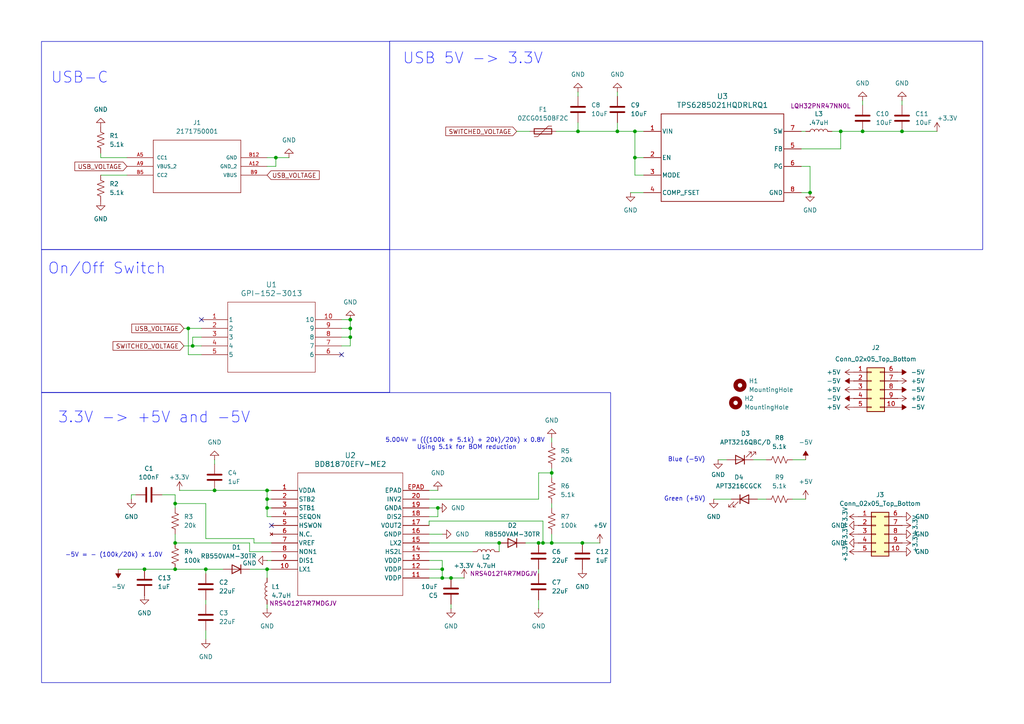
<source format=kicad_sch>
(kicad_sch (version 20250114) (generator "eeschema") (generator_version "9.0")
  (paper "A4")
  (lib_symbols
    (symbol "Connector_Generic:Conn_02x05_Top_Bottom" (pin_names (offset 1.016) (hide yes))
      (property "Reference" "J" (at 1.27 7.62 0))
      (property "Value" "Conn_02x05_Top_Bottom" (at 1.27 -7.62 0))
      (symbol "Conn_02x05_Top_Bottom_1_1"
        (rectangle (start -1.27 6.35) (end 3.81 -6.35) (stroke (width 0.254)) (fill (type background)))
        (rectangle (start -1.27 5.207) (end 0 4.953) (stroke (width 0.1524)))
        (rectangle (start -1.27 2.667) (end 0 2.413) (stroke (width 0.1524)))
        (rectangle (start -1.27 0.127) (end 0 -0.127) (stroke (width 0.1524)))
        (rectangle (start -1.27 -2.413) (end 0 -2.667) (stroke (width 0.1524)))
        (rectangle (start -1.27 -4.953) (end 0 -5.207) (stroke (width 0.1524)))
        (rectangle (start 3.81 5.207) (end 2.54 4.953) (stroke (width 0.1524)))
        (rectangle (start 3.81 2.667) (end 2.54 2.413) (stroke (width 0.1524)))
        (rectangle (start 3.81 0.127) (end 2.54 -0.127) (stroke (width 0.1524)))
        (rectangle (start 3.81 -2.413) (end 2.54 -2.667) (stroke (width 0.1524)))
        (rectangle (start 3.81 -4.953) (end 2.54 -5.207) (stroke (width 0.1524)))
        (pin passive line (at -5.08 5.08 0) (length 3.81) (name "Pin_1") (number "1"))
        (pin passive line (at -5.08 2.54 0) (length 3.81) (name "Pin_2") (number "2"))
        (pin passive line (at -5.08 0 0) (length 3.81) (name "Pin_3") (number "3"))
        (pin passive line (at -5.08 -2.54 0) (length 3.81) (name "Pin_4") (number "4"))
        (pin passive line (at -5.08 -5.08 0) (length 3.81) (name "Pin_5") (number "5"))
        (pin passive line (at 7.62 5.08 180) (length 3.81) (name "Pin_6") (number "6"))
        (pin passive line (at 7.62 2.54 180) (length 3.81) (name "Pin_7") (number "7"))
        (pin passive line (at 7.62 0 180) (length 3.81) (name "Pin_8") (number "8"))
        (pin passive line (at 7.62 -2.54 180) (length 3.81) (name "Pin_9") (number "9"))
        (pin passive line (at 7.62 -5.08 180) (length 3.81) (name "Pin_10") (number "10"))
      )
    )
    (symbol "Device:C" (pin_numbers (hide yes)) (pin_names (offset 0.254))
      (property "Reference" "C" (at 0.635 2.54 0))
      (property "Value" "C" (at 0.635 -2.54 0))
      (symbol "C_0_1"
        (polyline (pts (xy -2.032 0.762) (xy 2.032 0.762)) (stroke (width 0.508)))
        (polyline (pts (xy -2.032 -0.762) (xy 2.032 -0.762)) (stroke (width 0.508)))
      )
      (symbol "C_1_1"
        (pin passive line (at 0 3.81 270) (length 2.794) (name "~") (number "1"))
        (pin passive line (at 0 -3.81 90) (length 2.794) (name "~") (number "2"))
      )
    )
    (symbol "Device:D" (pin_numbers (hide yes)) (pin_names (offset 1.016) (hide yes))
      (property "Reference" "D" (at 0 2.54 0))
      (property "Value" "D" (at 0 -2.54 0))
      (symbol "D_0_1"
        (polyline (pts (xy -1.27 1.27) (xy -1.27 -1.27)) (stroke (width 0.254)))
        (polyline (pts (xy 1.27 1.27) (xy 1.27 -1.27) (xy -1.27 0) (xy 1.27 1.27)) (stroke (width 0.254)))
        (polyline (pts (xy 1.27 0) (xy -1.27 0)))
      )
      (symbol "D_1_1"
        (pin passive line (at -3.81 0 0) (length 2.54) (name "K") (number "1"))
        (pin passive line (at 3.81 0 180) (length 2.54) (name "A") (number "2"))
      )
    )
    (symbol "Device:L" (pin_numbers (hide yes)) (pin_names (offset 1.016) (hide yes))
      (property "Reference" "L" (at -1.27 0 90))
      (property "Value" "L" (at 1.905 0 90))
      (symbol "L_0_1"
        (arc (start 0 2.54) (mid 0.6323 1.905) (end 0 1.27))
        (arc (start 0 1.27) (mid 0.6323 0.635) (end 0 0))
        (arc (start 0 0) (mid 0.6323 -0.635) (end 0 -1.27))
        (arc (start 0 -1.27) (mid 0.6323 -1.905) (end 0 -2.54))
      )
      (symbol "L_1_1"
        (pin passive line (at 0 3.81 270) (length 1.27) (name "1") (number "1"))
        (pin passive line (at 0 -3.81 90) (length 1.27) (name "2") (number "2"))
      )
    )
    (symbol "Device:LED" (pin_numbers (hide yes)) (pin_names (offset 1.016) (hide yes))
      (property "Reference" "D" (at 0 2.54 0))
      (property "Value" "LED" (at 0 -2.54 0))
      (symbol "LED_0_1"
        (polyline (pts (xy -3.048 -0.762) (xy -4.572 -2.286) (xy -3.81 -2.286) (xy -4.572 -2.286) (xy -4.572 -1.524)))
        (polyline (pts (xy -1.778 -0.762) (xy -3.302 -2.286) (xy -2.54 -2.286) (xy -3.302 -2.286) (xy -3.302 -1.524)))
        (polyline (pts (xy -1.27 0) (xy 1.27 0)))
        (polyline (pts (xy -1.27 -1.27) (xy -1.27 1.27)) (stroke (width 0.254)))
        (polyline (pts (xy 1.27 -1.27) (xy 1.27 1.27) (xy -1.27 0) (xy 1.27 -1.27)) (stroke (width 0.254)))
      )
      (symbol "LED_1_1"
        (pin passive line (at -3.81 0 0) (length 2.54) (name "K") (number "1"))
        (pin passive line (at 3.81 0 180) (length 2.54) (name "A") (number "2"))
      )
    )
    (symbol "Device:Polyfuse" (pin_numbers (hide yes)) (pin_names (offset 0))
      (property "Reference" "F" (at -2.54 0 90))
      (property "Value" "Polyfuse" (at 2.54 0 90))
      (symbol "Polyfuse_0_1"
        (polyline (pts (xy -1.524 2.54) (xy -1.524 1.524) (xy 1.524 -1.524) (xy 1.524 -2.54)))
        (rectangle (start -0.762 2.54) (end 0.762 -2.54) (stroke (width 0.254)))
        (polyline (pts (xy 0 2.54) (xy 0 -2.54)))
      )
      (symbol "Polyfuse_1_1"
        (pin passive line (at 0 3.81 270) (length 1.27) (name "~") (number "1"))
        (pin passive line (at 0 -3.81 90) (length 1.27) (name "~") (number "2"))
      )
    )
    (symbol "Device:R_US" (pin_numbers (hide yes)) (pin_names (offset 0))
      (property "Reference" "R" (at 2.54 0 90))
      (property "Value" "R_US" (at -2.54 0 90))
      (symbol "R_US_0_1"
        (polyline (pts (xy 0 2.286) (xy 0 2.54)))
        (polyline (pts (xy 0 2.286) (xy 1.016 1.905) (xy 0 1.524) (xy -1.016 1.143) (xy 0 0.762)))
        (polyline (pts (xy 0 0.762) (xy 1.016 0.381) (xy 0 0) (xy -1.016 -0.381) (xy 0 -0.762)))
        (polyline (pts (xy 0 -0.762) (xy 1.016 -1.143) (xy 0 -1.524) (xy -1.016 -1.905) (xy 0 -2.286)))
        (polyline (pts (xy 0 -2.286) (xy 0 -2.54)))
      )
      (symbol "R_US_1_1"
        (pin passive line (at 0 3.81 270) (length 1.27) (name "~") (number "1"))
        (pin passive line (at 0 -3.81 90) (length 1.27) (name "~") (number "2"))
      )
    )
    (symbol "Mechanical:MountingHole" (pin_names (offset 1.016)) (in_bom no)
      (property "Reference" "H" (at 0 5.08 0))
      (property "Value" "MountingHole" (at 0 3.175 0))
      (symbol "MountingHole_0_1"
        (circle (center 0 0) (radius 1.27) (stroke (width 1.27)))
      )
    )
    (symbol "bbps:2171750001" (pin_names (offset 1.016))
      (property "Reference" "J" (at 15.5956 9.1186 0))
      (property "Value" "2171750001" (at 14.9606 6.5786 0))
      (symbol "2171750001_0_0"
        (polyline (pts (xy 7.62 5.08) (xy 7.62 -10.16)) (stroke (width 0.1524)))
        (polyline (pts (xy 7.62 -10.16) (xy 33.02 -10.16)) (stroke (width 0.1524)))
        (polyline (pts (xy 33.02 5.08) (xy 7.62 5.08)) (stroke (width 0.1524)))
        (polyline (pts (xy 33.02 -10.16) (xy 33.02 5.08)) (stroke (width 0.1524)))
        (pin bidirectional line (at 0 0 0) (length 7.62) (name "CC1") (number "A5"))
        (pin power_in line (at 0 -2.54 0) (length 7.62) (name "VBUS_2") (number "A9"))
        (pin bidirectional line (at 0 -5.08 0) (length 7.62) (name "CC2") (number "B5"))
        (pin passive line (at 40.64 0 180) (length 7.62) (name "GND") (number "B12"))
        (pin passive line (at 40.64 -2.54 180) (length 7.62) (name "GND_2") (number "A12"))
        (pin power_in line (at 40.64 -5.08 180) (length 7.62) (name "VBUS") (number "B9"))
      )
    )
    (symbol "bbps:BD81870EFV-ME2" (pin_names (offset 0.254))
      (property "Reference" "U" (at 22.86 10.16 0))
      (property "Value" "BD81870EFV-ME2" (at 22.86 7.62 0))
      (symbol "BD81870EFV-ME2_0_1"
        (polyline (pts (xy 7.62 5.08) (xy 7.62 -30.48)) (stroke (width 0.127)))
        (polyline (pts (xy 7.62 -30.48) (xy 38.1 -30.48)) (stroke (width 0.127)))
        (polyline (pts (xy 38.1 5.08) (xy 7.62 5.08)) (stroke (width 0.127)))
        (polyline (pts (xy 38.1 -30.48) (xy 38.1 5.08)) (stroke (width 0.127)))
        (pin power_in line (at 0 0 0) (length 7.62) (name "VDDA") (number "1"))
        (pin bidirectional line (at 0 -2.54 0) (length 7.62) (name "STB2") (number "2"))
        (pin bidirectional line (at 0 -5.08 0) (length 7.62) (name "STB1") (number "3"))
        (pin unspecified line (at 0 -7.62 0) (length 7.62) (name "SEQON") (number "4"))
        (pin unspecified line (at 0 -10.16 0) (length 7.62) (name "HSWON") (number "5"))
        (pin no_connect line (at 0 -12.7 0) (length 7.62) (name "N.C.") (number "6"))
        (pin power_in line (at 0 -15.24 0) (length 7.62) (name "VREF") (number "7"))
        (pin unspecified line (at 0 -17.78 0) (length 7.62) (name "NON1") (number "8"))
        (pin bidirectional line (at 0 -20.32 0) (length 7.62) (name "DIS1") (number "9"))
        (pin bidirectional line (at 0 -22.86 0) (length 7.62) (name "LX1") (number "10"))
        (pin unspecified line (at 45.72 0 180) (length 7.62) (name "EPAD") (number "EPAD"))
        (pin unspecified line (at 45.72 -2.54 180) (length 7.62) (name "INV2") (number "20"))
        (pin power_out line (at 45.72 -5.08 180) (length 7.62) (name "GNDA") (number "19"))
        (pin bidirectional line (at 45.72 -7.62 180) (length 7.62) (name "DIS2") (number "18"))
        (pin output line (at 45.72 -10.16 180) (length 7.62) (name "VOUT2") (number "17"))
        (pin power_out line (at 45.72 -12.7 180) (length 7.62) (name "GNDP") (number "16"))
        (pin bidirectional line (at 45.72 -15.24 180) (length 7.62) (name "LX2") (number "15"))
        (pin unspecified line (at 45.72 -17.78 180) (length 7.62) (name "HS2L") (number "14"))
        (pin power_in line (at 45.72 -20.32 180) (length 7.62) (name "VDDP") (number "13"))
        (pin power_in line (at 45.72 -22.86 180) (length 7.62) (name "VDDP") (number "12"))
        (pin power_in line (at 45.72 -25.4 180) (length 7.62) (name "VDDP") (number "11"))
      )
    )
    (symbol "bbps:GPI-152-3013" (pin_names (offset 0.254))
      (property "Reference" "U" (at 20.32 10.16 0))
      (property "Value" "GPI-152-3013" (at 20.32 7.62 0))
      (symbol "GPI-152-3013_0_1"
        (polyline (pts (xy 7.62 5.08) (xy 7.62 -15.24)) (stroke (width 0.127)))
        (polyline (pts (xy 7.62 -15.24) (xy 33.02 -15.24)) (stroke (width 0.127)))
        (polyline (pts (xy 33.02 5.08) (xy 7.62 5.08)) (stroke (width 0.127)))
        (polyline (pts (xy 33.02 -15.24) (xy 33.02 5.08)) (stroke (width 0.127)))
        (pin unspecified line (at 0 0 0) (length 7.62) (name "1") (number "1"))
        (pin unspecified line (at 0 -2.54 0) (length 7.62) (name "2") (number "2"))
        (pin unspecified line (at 0 -5.08 0) (length 7.62) (name "3") (number "3"))
        (pin unspecified line (at 0 -7.62 0) (length 7.62) (name "4") (number "4"))
        (pin unspecified line (at 0 -10.16 0) (length 7.62) (name "5") (number "5"))
        (pin unspecified line (at 40.64 0 180) (length 7.62) (name "10") (number "10"))
        (pin unspecified line (at 40.64 -2.54 180) (length 7.62) (name "9") (number "9"))
        (pin unspecified line (at 40.64 -5.08 180) (length 7.62) (name "8") (number "8"))
        (pin unspecified line (at 40.64 -7.62 180) (length 7.62) (name "7") (number "7"))
        (pin unspecified line (at 40.64 -10.16 180) (length 7.62) (name "6") (number "6"))
      )
    )
    (symbol "bbps:TPS6285021HQDRLRQ1" (pin_names (offset 0.254))
      (property "Reference" "U" (at 0 2.54 0))
      (property "Value" "TPS6285021HQDRLRQ1" (at 0 0 0))
      (symbol "TPS6285021HQDRLRQ1_0_1"
        (polyline (pts (xy 5.08 5.08) (xy 5.08 -20.32)) (stroke (width 0.2032)))
        (polyline (pts (xy 5.08 -20.32) (xy 40.64 -20.32)) (stroke (width 0.2032)))
        (polyline (pts (xy 40.64 5.08) (xy 5.08 5.08)) (stroke (width 0.2032)))
        (polyline (pts (xy 40.64 -20.32) (xy 40.64 5.08)) (stroke (width 0.2032)))
        (pin power_in line (at 0 0 0) (length 5.08) (name "VIN") (number "1"))
        (pin input line (at 0 -7.62 0) (length 5.08) (name "EN") (number "2"))
        (pin input line (at 0 -12.7 0) (length 5.08) (name "MODE") (number "3"))
        (pin input line (at 0 -17.78 0) (length 5.08) (name "COMP_FSET") (number "4"))
        (pin output line (at 45.72 0 180) (length 5.08) (name "SW") (number "7"))
        (pin input line (at 45.72 -5.08 180) (length 5.08) (name "FB") (number "5"))
        (pin open_collector line (at 45.72 -10.16 180) (length 5.08) (name "PG") (number "6"))
        (pin power_in line (at 45.72 -17.78 180) (length 5.08) (name "GND") (number "8"))
      )
    )
    (symbol "power:+3.3V" (power) (pin_numbers (hide yes)) (pin_names (offset 0) (hide yes))
      (property "Value" "+3.3V" (at 0 3.556 0))
      (symbol "+3.3V_0_1"
        (polyline (pts (xy -0.762 1.27) (xy 0 2.54)))
        (polyline (pts (xy 0 2.54) (xy 0.762 1.27)))
        (polyline (pts (xy 0 0) (xy 0 2.54)))
      )
      (symbol "+3.3V_1_1"
        (pin power_in line (at 0 0 90) (length 0) (name "~") (number "1"))
      )
    )
    (symbol "power:+5V" (power) (pin_numbers (hide yes)) (pin_names (offset 0) (hide yes))
      (property "Value" "+5V" (at 0 3.556 0))
      (symbol "+5V_0_1"
        (polyline (pts (xy -0.762 1.27) (xy 0 2.54)))
        (polyline (pts (xy 0 2.54) (xy 0.762 1.27)))
        (polyline (pts (xy 0 0) (xy 0 2.54)))
      )
      (symbol "+5V_1_1"
        (pin power_in line (at 0 0 90) (length 0) (name "~") (number "1"))
      )
    )
    (symbol "power:-5V" (power) (pin_numbers (hide yes)) (pin_names (offset 0) (hide yes))
      (property "Value" "-5V" (at 0 3.556 0))
      (symbol "-5V_0_0"
        (pin power_in line (at 0 0 90) (length 0) (name "~") (number "1"))
      )
      (symbol "-5V_0_1"
        (polyline (pts (xy 0 0) (xy 0 1.27) (xy 0.762 1.27) (xy 0 2.54) (xy -0.762 1.27) (xy 0 1.27)) (fill (type outline)))
      )
    )
    (symbol "power:GND" (power) (pin_numbers (hide yes)) (pin_names (offset 0) (hide yes))
      (property "Value" "GND" (at 0 -3.81 0))
      (symbol "GND_0_1"
        (polyline (pts (xy 0 0) (xy 0 -1.27) (xy 1.27 -1.27) (xy 0 -2.54) (xy -1.27 -1.27) (xy 0 -1.27)))
      )
      (symbol "GND_1_1"
        (pin power_in line (at 0 0 270) (length 0) (name "~") (number "1"))
      )
    )
  )
  (rectangle (start 12.0484 113.8717) (end 177.1052 197.9853))
  (rectangle (start 12.0441 72.39) (end 113.03 113.8315))
  (rectangle (start 113.0351 11.9529) (end 285.031 72.39))
  (rectangle (start 12.0295 12.0295) (end 113.03 72.39))
  (text "-5V = - (100k/20k) x 1.0V" (at 33.02 161.036 0) (effects (font (size 1.27 1.27))))
  (text "USB 5V -> 3.3V" (at 137.16 17.018 0) (effects (font (size 3.175 3.175))))
  (text "3.3V -> +5V and -5V" (at 44.704 121.158 0) (effects (font (size 3.175 3.175))))
  (text "Blue (-5V)" (at 199.136 133.35 0) (effects (font (size 1.27 1.27))))
  (text "USB-C" (at 23.114 22.606 0) (effects (font (size 3.175 3.175))))
  (text "On/Off Switch" (at 30.988 77.978 0) (effects (font (size 3.175 3.175))))
  (text "Green (+5V)\n" (at 198.628 144.78 0) (effects (font (size 1.27 1.27))))
  (text "5.004V = (((100k + 5.1k) + 20k)/20k) x 0.8V \nUsing 5.1k for BOM reduction" (at 135.382 128.778 0) (effects (font (size 1.27 1.27))))
  (junction (at 167.64 38.1))
  (junction (at 156.21 157.48))
  (junction (at 50.8 165.1))
  (junction (at 184.15 45.72))
  (junction (at 77.47 142.24))
  (junction (at 144.78 157.48))
  (junction (at 128.27 167.64))
  (junction (at 77.47 147.32))
  (junction (at 101.6 92.71))
  (junction (at 54.61 95.25))
  (junction (at 50.8 157.48))
  (junction (at 101.6 95.25))
  (junction (at 168.91 157.48))
  (junction (at 50.8 146.05))
  (junction (at 59.69 165.1))
  (junction (at 77.47 144.78))
  (junction (at 77.47 165.1))
  (junction (at 261.62 38.1))
  (junction (at 41.91 165.1))
  (junction (at 157.48 157.48))
  (junction (at 80.01 45.72))
  (junction (at 234.95 55.88))
  (junction (at 160.02 157.48))
  (junction (at 128.27 165.1))
  (junction (at 179.07 38.1))
  (junction (at 101.6 97.79))
  (junction (at 62.23 142.24))
  (junction (at 243.84 38.1))
  (junction (at 127 147.32))
  (junction (at 250.19 38.1))
  (junction (at 130.81 167.64))
  (junction (at 160.02 137.16))
  (junction (at 55.88 100.33))
  (junction (at 184.15 38.1))
  (no_connect (at 78.74 152.4))
  (no_connect (at 58.42 92.71))
  (no_connect (at 99.06 102.87))
  (wire (pts (xy 54.61 102.87) (xy 54.61 95.25)))
  (wire (pts (xy 160.02 147.32) (xy 160.02 146.05)))
  (wire (pts (xy 55.88 97.79) (xy 55.88 100.33)))
  (wire (pts (xy 160.02 138.43) (xy 160.02 137.16)))
  (wire (pts (xy 54.61 95.25) (xy 58.42 95.25)))
  (wire (pts (xy 77.47 165.1) (xy 77.47 167.64)))
  (wire (pts (xy 261.62 38.1) (xy 271.78 38.1)))
  (wire (pts (xy 229.87 133.35) (xy 233.68 133.35)))
  (wire (pts (xy 59.69 182.88) (xy 59.69 185.42)))
  (wire (pts (xy 157.48 157.48) (xy 157.48 151.13)))
  (wire (pts (xy 36.83 45.72) (xy 29.21 45.72)))
  (wire (pts (xy 156.21 144.78) (xy 156.21 137.16)))
  (wire (pts (xy 99.06 92.71) (xy 101.6 92.71)))
  (wire (pts (xy 179.07 38.1) (xy 184.15 38.1)))
  (wire (pts (xy 124.46 160.02) (xy 137.16 160.02)))
  (wire (pts (xy 156.21 173.99) (xy 156.21 176.53)))
  (wire (pts (xy 232.41 55.88) (xy 234.95 55.88)))
  (wire (pts (xy 250.19 38.1) (xy 261.62 38.1)))
  (wire (pts (xy 186.69 45.72) (xy 184.15 45.72)))
  (wire (pts (xy 179.07 35.56) (xy 179.07 38.1)))
  (wire (pts (xy 184.15 45.72) (xy 184.15 38.1)))
  (wire (pts (xy 232.41 38.1) (xy 233.68 38.1)))
  (wire (pts (xy 124.46 147.32) (xy 127 147.32)))
  (wire (pts (xy 243.84 43.18) (xy 243.84 38.1)))
  (wire (pts (xy 168.91 157.48) (xy 173.99 157.48)))
  (wire (pts (xy 38.1 143.51) (xy 39.37 143.51)))
  (wire (pts (xy 78.74 157.48) (xy 73.66 157.48)))
  (wire (pts (xy 167.64 35.56) (xy 167.64 38.1)))
  (wire (pts (xy 62.23 142.24) (xy 77.47 142.24)))
  (wire (pts (xy 130.81 167.64) (xy 134.62 167.64)))
  (wire (pts (xy 261.62 29.21) (xy 261.62 30.48)))
  (wire (pts (xy 160.02 127) (xy 160.02 128.27)))
  (wire (pts (xy 152.4 157.48) (xy 156.21 157.48)))
  (wire (pts (xy 128.27 165.1) (xy 128.27 162.56)))
  (wire (pts (xy 101.6 95.25) (xy 101.6 92.71)))
  (wire (pts (xy 250.19 29.21) (xy 250.19 30.48)))
  (wire (pts (xy 208.28 133.35) (xy 210.82 133.35)))
  (wire (pts (xy 41.91 165.1) (xy 50.8 165.1)))
  (wire (pts (xy 144.78 160.02) (xy 144.78 157.48)))
  (wire (pts (xy 124.46 142.24) (xy 127 142.24)))
  (wire (pts (xy 167.64 26.67) (xy 167.64 27.94)))
  (wire (pts (xy 77.47 176.53) (xy 77.47 175.26)))
  (wire (pts (xy 73.66 156.21) (xy 59.69 156.21)))
  (wire (pts (xy 128.27 167.64) (xy 128.27 165.1)))
  (wire (pts (xy 167.64 38.1) (xy 179.07 38.1)))
  (wire (pts (xy 77.47 45.72) (xy 80.01 45.72)))
  (wire (pts (xy 124.46 149.86) (xy 127 149.86)))
  (wire (pts (xy 179.07 26.67) (xy 179.07 27.94)))
  (wire (pts (xy 53.34 95.25) (xy 54.61 95.25)))
  (wire (pts (xy 144.78 157.48) (xy 124.46 157.48)))
  (wire (pts (xy 128.27 165.1) (xy 124.46 165.1)))
  (wire (pts (xy 53.34 100.33) (xy 55.88 100.33)))
  (wire (pts (xy 77.47 162.56) (xy 78.74 162.56)))
  (wire (pts (xy 184.15 38.1) (xy 186.69 38.1)))
  (wire (pts (xy 160.02 154.94) (xy 160.02 157.48)))
  (wire (pts (xy 149.86 38.1) (xy 153.67 38.1)))
  (wire (pts (xy 50.8 154.94) (xy 50.8 157.48)))
  (wire (pts (xy 128.27 162.56) (xy 124.46 162.56)))
  (wire (pts (xy 156.21 137.16) (xy 160.02 137.16)))
  (wire (pts (xy 124.46 154.94) (xy 128.27 154.94)))
  (wire (pts (xy 72.39 165.1) (xy 77.47 165.1)))
  (wire (pts (xy 99.06 95.25) (xy 101.6 95.25)))
  (wire (pts (xy 243.84 38.1) (xy 250.19 38.1)))
  (wire (pts (xy 124.46 167.64) (xy 128.27 167.64)))
  (wire (pts (xy 59.69 156.21) (xy 59.69 146.05)))
  (wire (pts (xy 160.02 135.89) (xy 160.02 137.16)))
  (wire (pts (xy 72.39 157.48) (xy 72.39 160.02)))
  (wire (pts (xy 38.1 143.51) (xy 38.1 144.78)))
  (wire (pts (xy 58.42 97.79) (xy 55.88 97.79)))
  (wire (pts (xy 182.88 55.88) (xy 186.69 55.88)))
  (wire (pts (xy 99.06 97.79) (xy 101.6 97.79)))
  (wire (pts (xy 50.8 143.51) (xy 50.8 146.05)))
  (wire (pts (xy 50.8 165.1) (xy 59.69 165.1)))
  (wire (pts (xy 62.23 133.35) (xy 62.23 134.62)))
  (wire (pts (xy 128.27 167.64) (xy 130.81 167.64)))
  (wire (pts (xy 101.6 97.79) (xy 101.6 95.25)))
  (wire (pts (xy 46.99 143.51) (xy 50.8 143.51)))
  (wire (pts (xy 80.01 45.72) (xy 83.82 45.72)))
  (wire (pts (xy 77.47 144.78) (xy 77.47 142.24)))
  (wire (pts (xy 99.06 100.33) (xy 101.6 100.33)))
  (wire (pts (xy 59.69 173.99) (xy 59.69 175.26)))
  (wire (pts (xy 78.74 165.1) (xy 77.47 165.1)))
  (wire (pts (xy 232.41 48.26) (xy 234.95 48.26)))
  (wire (pts (xy 127 149.86) (xy 127 147.32)))
  (wire (pts (xy 130.81 175.26) (xy 130.81 176.53)))
  (wire (pts (xy 55.88 100.33) (xy 58.42 100.33)))
  (wire (pts (xy 157.48 151.13) (xy 124.46 151.13)))
  (wire (pts (xy 78.74 149.86) (xy 77.47 149.86)))
  (wire (pts (xy 64.77 165.1) (xy 59.69 165.1)))
  (wire (pts (xy 160.02 157.48) (xy 168.91 157.48)))
  (wire (pts (xy 50.8 146.05) (xy 50.8 147.32)))
  (wire (pts (xy 52.07 142.24) (xy 62.23 142.24)))
  (wire (pts (xy 78.74 144.78) (xy 77.47 144.78)))
  (wire (pts (xy 156.21 165.1) (xy 156.21 166.37)))
  (wire (pts (xy 73.66 157.48) (xy 73.66 156.21)))
  (wire (pts (xy 72.39 160.02) (xy 78.74 160.02)))
  (wire (pts (xy 59.69 146.05) (xy 50.8 146.05)))
  (wire (pts (xy 78.74 147.32) (xy 77.47 147.32)))
  (wire (pts (xy 59.69 165.1) (xy 59.69 166.37)))
  (wire (pts (xy 77.47 147.32) (xy 77.47 144.78)))
  (wire (pts (xy 34.29 165.1) (xy 41.91 165.1)))
  (wire (pts (xy 58.42 102.87) (xy 54.61 102.87)))
  (wire (pts (xy 29.21 50.8) (xy 36.83 50.8)))
  (wire (pts (xy 186.69 50.8) (xy 184.15 50.8)))
  (wire (pts (xy 50.8 157.48) (xy 72.39 157.48)))
  (wire (pts (xy 124.46 144.78) (xy 156.21 144.78)))
  (wire (pts (xy 161.29 38.1) (xy 167.64 38.1)))
  (wire (pts (xy 77.47 149.86) (xy 77.47 147.32)))
  (wire (pts (xy 101.6 100.33) (xy 101.6 97.79)))
  (wire (pts (xy 77.47 48.26) (xy 80.01 48.26)))
  (wire (pts (xy 219.71 144.78) (xy 222.25 144.78)))
  (wire (pts (xy 234.95 48.26) (xy 234.95 55.88)))
  (wire (pts (xy 218.44 133.35) (xy 222.25 133.35)))
  (wire (pts (xy 124.46 151.13) (xy 124.46 152.4)))
  (wire (pts (xy 232.41 43.18) (xy 243.84 43.18)))
  (wire (pts (xy 80.01 48.26) (xy 80.01 45.72)))
  (wire (pts (xy 77.47 142.24) (xy 78.74 142.24)))
  (wire (pts (xy 160.02 157.48) (xy 157.48 157.48)))
  (wire (pts (xy 29.21 45.72) (xy 29.21 44.45)))
  (wire (pts (xy 229.87 144.78) (xy 233.68 144.78)))
  (wire (pts (xy 157.48 157.48) (xy 156.21 157.48)))
  (wire (pts (xy 207.01 144.78) (xy 212.09 144.78)))
  (wire (pts (xy 184.15 50.8) (xy 184.15 45.72)))
  (wire (pts (xy 241.3 38.1) (xy 243.84 38.1)))
  (global_label "SWITCHED_VOLTAGE" (shape input) (at 53.34 100.33 180) (property "Intersheetrefs" "${INTERSHEET_REFS}" (effects (hide yes))))
  (global_label "SWITCHED_VOLTAGE" (shape input) (at 149.86 38.1 180) (property "Intersheetrefs" "${INTERSHEET_REFS}" (effects (hide yes))))
  (global_label "USB_VOLTAGE" (shape input) (at 77.47 50.8 0) (property "Intersheetrefs" "${INTERSHEET_REFS}" (effects (hide yes))))
  (global_label "USB_VOLTAGE" (shape input) (at 36.83 48.26 180) (property "Intersheetrefs" "${INTERSHEET_REFS}" (effects (hide yes))))
  (global_label "USB_VOLTAGE" (shape input) (at 53.34 95.25 180) (property "Intersheetrefs" "${INTERSHEET_REFS}" (effects (hide yes))))
  (symbol (lib_id "power:GND") (at 77.47 162.56 270) (unit 1)
    (property "Reference" "#PWR08" (effects (hide yes)))
    (property "Value" "GND" (at 74.422 163.322 90) (effects (justify right)))
    (property "Description" "Power symbol creates a global label with name \"GND\" , ground" (effects (hide yes)))
  )
  (symbol (lib_id "Mechanical:MountingHole") (at 213.36 116.84 0) (unit 1) (in_bom no)
    (property "Reference" "H2" (at 215.9 115.5699 0) (effects (justify left)))
    (property "Value" "MountingHole" (at 215.9 118.1099 0) (effects (justify left)))
    (property "Footprint" "BreadBoard Power Supply:RubberFoot" (effects (hide yes)))
    (property "Description" "Mounting Hole without connection" (effects (hide yes)))
  )
  (symbol (lib_id "power:+3.3V") (at 248.92 149.86 90) (unit 1)
    (property "Reference" "#PWR045" (effects (hide yes)))
    (property "Value" "+3.3V" (at 245.11 152.908 0) (effects (justify left)))
    (property "Description" "Power symbol creates a global label with name \"+3.3V\"" (effects (hide yes)))
  )
  (symbol (lib_id "Mechanical:MountingHole") (at 214.63 111.76 0) (unit 1) (in_bom no)
    (property "Reference" "H1" (at 217.17 110.4899 0) (effects (justify left)))
    (property "Value" "MountingHole" (at 217.17 113.0299 0) (effects (justify left)))
    (property "Footprint" "BreadBoard Power Supply:RubberFoot" (effects (hide yes)))
    (property "Description" "Mounting Hole without connection" (effects (hide yes)))
  )
  (symbol (lib_id "power:GND") (at 130.81 176.53 0) (unit 1)
    (property "Reference" "#PWR015" (effects (hide yes)))
    (property "Value" "GND" (at 130.81 181.61 0))
    (property "Description" "Power symbol creates a global label with name \"GND\" , ground" (effects (hide yes)))
  )
  (symbol (lib_id "power:GND") (at 207.01 144.78 0) (unit 1)
    (property "Reference" "#PWR023" (effects (hide yes)))
    (property "Value" "GND" (at 207.01 149.86 0))
    (property "Description" "Power symbol creates a global label with name \"GND\" , ground" (effects (hide yes)))
  )
  (symbol (lib_id "power:GND") (at 160.02 127 180) (unit 1)
    (property "Reference" "#PWR018" (effects (hide yes)))
    (property "Value" "GND" (at 160.02 121.92 0))
    (property "Description" "Power symbol creates a global label with name \"GND\" , ground" (effects (hide yes)))
  )
  (symbol (lib_id "power:+5V") (at 247.65 107.95 90) (unit 1)
    (property "Reference" "#PWR035" (effects (hide yes)))
    (property "Value" "+5V" (at 243.84 107.9499 90) (effects (justify left)))
    (property "Description" "Power symbol creates a global label with name \"+5V\"" (effects (hide yes)))
  )
  (symbol (lib_id "power:GND") (at 41.91 172.72 0) (unit 1)
    (property "Reference" "#PWR032" (effects (hide yes)))
    (property "Value" "GND" (at 41.91 177.8 0))
    (property "Description" "Power symbol creates a global label with name \"GND\" , ground" (effects (hide yes)))
  )
  (symbol (lib_id "power:-5V") (at 247.65 115.57 90) (unit 1)
    (property "Reference" "#PWR041" (effects (hide yes)))
    (property "Value" "-5V" (at 243.84 115.5699 90) (effects (justify left)))
    (property "Description" "Power symbol creates a global label with name \"-5V\"" (effects (hide yes)))
  )
  (symbol (lib_id "Device:R_US") (at 50.8 161.29 0) (unit 1)
    (property "Reference" "R4" (at 53.34 160.0199 0) (effects (justify left)))
    (property "Value" "100k" (at 53.34 162.5599 0) (effects (justify left)))
    (property "Footprint" "Resistor_SMD:R_1206_3216Metric_Pad1.30x1.75mm_HandSolder" (effects (hide yes)))
    (property "Description" "Resistor, US symbol" (effects (hide yes)))
  )
  (symbol (lib_id "power:+3.3V") (at 52.07 142.24 0) (unit 1)
    (property "Reference" "#PWR05" (effects (hide yes)))
    (property "Value" "+3.3V" (at 49.022 138.43 0) (effects (justify left)))
    (property "Description" "Power symbol creates a global label with name \"+3.3V\"" (effects (hide yes)))
  )
  (symbol (lib_id "Device:D") (at 148.59 157.48 180) (unit 1)
    (property "Reference" "D2" (at 148.59 152.4 0))
    (property "Value" "RB550VAM-30TR" (at 148.59 154.94 0))
    (property "Footprint" "BreadBoard Power Supply:DIO_RB160VAM_ROM-L" (effects (hide yes)))
    (property "Description" "Diode" (effects (hide yes)))
    (property "Sim.Device" "D" (effects (hide yes)))
    (property "Sim.Pins" "1=K 2=A" (effects (hide yes)))
  )
  (symbol (lib_id "Connector_Generic:Conn_02x05_Top_Bottom") (at 254 154.94 0) (unit 1)
    (property "Reference" "J3" (at 255.27 143.51 0))
    (property "Value" "Conn_02x05_Top_Bottom" (at 255.27 146.05 0))
    (property "Footprint" "Connector_PinSocket_2.54mm:PinSocket_2x05_P2.54mm_Vertical" (effects (hide yes)))
    (property "Description" "Generic connector, double row, 02x05, top/bottom pin numbering scheme (row 1: 1...pins_per_row, row2: pins_per_row+1 ... num_pins), script generated (kicad-library-utils/schlib/autogen/connector/)" (effects (hide yes)))
  )
  (symbol (lib_id "power:GND") (at 83.82 45.72 180) (unit 1)
    (property "Reference" "#PWR010" (effects (hide yes)))
    (property "Value" "GND" (at 83.82 40.64 0))
    (property "Description" "Power symbol creates a global label with name \"GND\" , ground" (effects (hide yes)))
  )
  (symbol (lib_id "Device:L") (at 140.97 160.02 90) (unit 1)
    (property "Reference" "L2" (at 140.97 161.544 90))
    (property "Value" "4.7uH" (at 140.97 164.084 90))
    (property "Footprint" "BreadBoard Power Supply:IND_NRS4012T100MDGJV_TAY" (effects (hide yes)))
    (property "Description" "NRS4012T4R7MDGJV" (at 146.05 166.37 90))
  )
  (symbol (lib_id "power:+5V") (at 260.35 115.57 270) (unit 1)
    (property "Reference" "#PWR038" (effects (hide yes)))
    (property "Value" "+5V" (at 264.16 115.5699 90) (effects (justify left)))
    (property "Description" "Power symbol creates a global label with name \"+5V\"" (effects (hide yes)))
  )
  (symbol (lib_id "Device:R_US") (at 226.06 133.35 90) (unit 1)
    (property "Reference" "R8" (at 226.06 127 90))
    (property "Value" "5.1k" (at 226.06 129.54 90))
    (property "Footprint" "Resistor_SMD:R_1206_3216Metric_Pad1.30x1.75mm_HandSolder" (effects (hide yes)))
    (property "Description" "Resistor, US symbol" (effects (hide yes)))
  )
  (symbol (lib_id "Device:C") (at 156.21 161.29 0) (unit 1)
    (property "Reference" "C6" (at 160.02 160.0199 0) (effects (justify left)))
    (property "Value" "22uF" (at 160.02 162.5599 0) (effects (justify left)))
    (property "Footprint" "Capacitor_SMD:C_1206_3216Metric_Pad1.33x1.80mm_HandSolder" (effects (hide yes)))
    (property "Description" "Unpolarized capacitor" (effects (hide yes)))
  )
  (symbol (lib_id "power:GND") (at 261.62 29.21 180) (unit 1)
    (property "Reference" "#PWR031" (effects (hide yes)))
    (property "Value" "GND" (at 261.62 24.13 0))
    (property "Description" "Power symbol creates a global label with name \"GND\" , ground" (effects (hide yes)))
  )
  (symbol (lib_id "bbps:GPI-152-3013") (at 58.42 92.71 0) (unit 1)
    (property "Reference" "U1" (at 78.74 82.55 0) (effects (font (size 1.524 1.524))))
    (property "Value" "GPI-152-3013" (at 78.74 85.09 0) (effects (font (size 1.524 1.524))))
    (property "Footprint" "BreadBoard Power Supply:SW_GPI-152-3013_CWI" (effects (hide yes)))
    (property "Datasheet" "GPI-152-3013" (effects (hide yes)))
  )
  (symbol (lib_id "Device:C") (at 167.64 31.75 0) (unit 1)
    (property "Reference" "C8" (at 171.45 30.4799 0) (effects (justify left)))
    (property "Value" "10uF" (at 171.45 33.0199 0) (effects (justify left)))
    (property "Footprint" "Capacitor_SMD:C_1206_3216Metric_Pad1.33x1.80mm_HandSolder" (effects (hide yes)))
    (property "Description" "Unpolarized capacitor" (effects (hide yes)))
  )
  (symbol (lib_id "Device:Polyfuse") (at 157.48 38.1 90) (unit 1)
    (property "Reference" "F1" (at 157.48 31.75 90))
    (property "Value" "0ZCG0150BF2C" (at 157.48 34.29 90))
    (property "Footprint" "BreadBoard Power Supply:0ZCG_BEL" (effects (hide yes)))
    (property "Description" "Resettable fuse, polymeric positive temperature coefficient" (effects (hide yes)))
  )
  (symbol (lib_id "Device:C") (at 62.23 138.43 0) (unit 1)
    (property "Reference" "C4" (at 66.04 137.1599 0) (effects (justify left)))
    (property "Value" "1uF" (at 66.04 139.6999 0) (effects (justify left)))
    (property "Footprint" "Capacitor_SMD:C_1206_3216Metric_Pad1.33x1.80mm_HandSolder" (effects (hide yes)))
    (property "Description" "Unpolarized capacitor" (effects (hide yes)))
  )
  (symbol (lib_id "power:GND") (at 250.19 29.21 180) (unit 1)
    (property "Reference" "#PWR030" (effects (hide yes)))
    (property "Value" "GND" (at 250.19 24.13 0))
    (property "Description" "Power symbol creates a global label with name \"GND\" , ground" (effects (hide yes)))
  )
  (symbol (lib_id "Device:L") (at 237.49 38.1 90) (unit 1)
    (property "Reference" "L3" (at 237.49 33.02 90))
    (property "Value" ".47uH" (at 237.49 35.56 90))
    (property "Footprint" "BreadBoard Power Supply:IND_LQH32PNR47NN0L" (effects (hide yes)))
    (property "Description" "LQH32PNR47NN0L" (at 237.998 30.734 90))
  )
  (symbol (lib_id "Device:C") (at 261.62 34.29 0) (unit 1)
    (property "Reference" "C11" (at 265.43 33.0199 0) (effects (justify left)))
    (property "Value" "10uF" (at 265.43 35.5599 0) (effects (justify left)))
    (property "Footprint" "Capacitor_SMD:C_1206_3216Metric_Pad1.33x1.80mm_HandSolder" (effects (hide yes)))
    (property "Description" "Unpolarized capacitor" (effects (hide yes)))
  )
  (symbol (lib_id "power:GND") (at 182.88 55.88 0) (unit 1)
    (property "Reference" "#PWR022" (effects (hide yes)))
    (property "Value" "GND" (at 182.88 60.96 0))
    (property "Description" "Power symbol creates a global label with name \"GND\" , ground" (effects (hide yes)))
  )
  (symbol (lib_id "power:GND") (at 261.62 149.86 90) (unit 1)
    (property "Reference" "#PWR054" (effects (hide yes)))
    (property "Value" "GND" (at 265.43 149.8599 90) (effects (justify right)))
    (property "Description" "Power symbol creates a global label with name \"GND\" , ground" (effects (hide yes)))
  )
  (symbol (lib_id "power:-5V") (at 260.35 107.95 270) (unit 1)
    (property "Reference" "#PWR044" (effects (hide yes)))
    (property "Value" "-5V" (at 264.16 107.9499 90) (effects (justify left)))
    (property "Description" "Power symbol creates a global label with name \"-5V\"" (effects (hide yes)))
  )
  (symbol (lib_id "power:GND") (at 208.28 133.35 0) (unit 1)
    (property "Reference" "#PWR024" (effects (hide yes)))
    (property "Value" "GND" (at 208.28 137.668 0))
    (property "Description" "Power symbol creates a global label with name \"GND\" , ground" (effects (hide yes)))
  )
  (symbol (lib_id "Device:C") (at 130.81 171.45 180) (unit 1)
    (property "Reference" "C5" (at 127 172.7201 0) (effects (justify left)))
    (property "Value" "10uF" (at 127 170.1801 0) (effects (justify left)))
    (property "Footprint" "Capacitor_SMD:C_1206_3216Metric_Pad1.33x1.80mm_HandSolder" (effects (hide yes)))
    (property "Description" "Unpolarized capacitor" (effects (hide yes)))
  )
  (symbol (lib_id "power:GND") (at 167.64 26.67 180) (unit 1)
    (property "Reference" "#PWR019" (effects (hide yes)))
    (property "Value" "GND" (at 167.64 21.59 0))
    (property "Description" "Power symbol creates a global label with name \"GND\" , ground" (effects (hide yes)))
  )
  (symbol (lib_id "power:-5V") (at 260.35 113.03 270) (unit 1)
    (property "Reference" "#PWR043" (effects (hide yes)))
    (property "Value" "-5V" (at 264.16 113.0299 90) (effects (justify left)))
    (property "Description" "Power symbol creates a global label with name \"-5V\"" (effects (hide yes)))
  )
  (symbol (lib_id "power:-5V") (at 34.29 165.1 180) (unit 1)
    (property "Reference" "#PWR03" (effects (hide yes)))
    (property "Value" "-5V" (at 34.29 170.18 0))
    (property "Description" "Power symbol creates a global label with name \"-5V\"" (effects (hide yes)))
  )
  (symbol (lib_id "Device:R_US") (at 29.21 54.61 0) (unit 1)
    (property "Reference" "R2" (at 31.75 53.3399 0) (effects (justify left)))
    (property "Value" "5.1k" (at 31.75 55.8799 0) (effects (justify left)))
    (property "Footprint" "Resistor_SMD:R_1206_3216Metric_Pad1.30x1.75mm_HandSolder" (effects (hide yes)))
    (property "Description" "Resistor, US symbol" (effects (hide yes)))
  )
  (symbol (lib_id "power:GND") (at 248.92 152.4 270) (unit 1)
    (property "Reference" "#PWR050" (effects (hide yes)))
    (property "Value" "GND" (at 245.11 152.3999 90) (effects (justify right)))
    (property "Description" "Power symbol creates a global label with name \"GND\" , ground" (effects (hide yes)))
  )
  (symbol (lib_id "power:GND") (at 248.92 157.48 270) (unit 1)
    (property "Reference" "#PWR051" (effects (hide yes)))
    (property "Value" "GND" (at 245.11 157.4799 90) (effects (justify right)))
    (property "Description" "Power symbol creates a global label with name \"GND\" , ground" (effects (hide yes)))
  )
  (symbol (lib_id "power:+5V") (at 260.35 110.49 270) (unit 1)
    (property "Reference" "#PWR039" (effects (hide yes)))
    (property "Value" "+5V" (at 264.16 110.4899 90) (effects (justify left)))
    (property "Description" "Power symbol creates a global label with name \"+5V\"" (effects (hide yes)))
  )
  (symbol (lib_id "Device:C") (at 41.91 168.91 180) (unit 1)
    (property "Reference" "C13" (at 45.72 167.6399 0) (effects (justify right)))
    (property "Value" "1uF" (at 45.72 170.1799 0) (effects (justify right)))
    (property "Footprint" "Capacitor_SMD:C_1206_3216Metric_Pad1.33x1.80mm_HandSolder" (effects (hide yes)))
    (property "Description" "Unpolarized capacitor" (effects (hide yes)))
  )
  (symbol (lib_id "Device:C") (at 250.19 34.29 0) (unit 1)
    (property "Reference" "C10" (at 254 33.0199 0) (effects (justify left)))
    (property "Value" "10uF" (at 254 35.5599 0) (effects (justify left)))
    (property "Footprint" "Capacitor_SMD:C_1206_3216Metric_Pad1.33x1.80mm_HandSolder" (effects (hide yes)))
    (property "Description" "Unpolarized capacitor" (effects (hide yes)))
  )
  (symbol (lib_id "power:GND") (at 29.21 36.83 180) (unit 1)
    (property "Reference" "#PWR01" (effects (hide yes)))
    (property "Value" "GND" (at 29.21 31.75 0))
    (property "Description" "Power symbol creates a global label with name \"GND\" , ground" (effects (hide yes)))
  )
  (symbol (lib_id "power:GND") (at 38.1 144.78 0) (unit 1)
    (property "Reference" "#PWR04" (effects (hide yes)))
    (property "Value" "GND" (at 38.1 149.86 0))
    (property "Description" "Power symbol creates a global label with name \"GND\" , ground" (effects (hide yes)))
  )
  (symbol (lib_id "Device:C") (at 168.91 161.29 180) (unit 1)
    (property "Reference" "C12" (at 172.72 160.0199 0) (effects (justify right)))
    (property "Value" "1uF" (at 172.72 162.5599 0) (effects (justify right)))
    (property "Footprint" "Capacitor_SMD:C_1206_3216Metric_Pad1.33x1.80mm_HandSolder" (effects (hide yes)))
    (property "Description" "Unpolarized capacitor" (effects (hide yes)))
  )
  (symbol (lib_id "power:+5V") (at 247.65 118.11 90) (unit 1)
    (property "Reference" "#PWR037" (effects (hide yes)))
    (property "Value" "+5V" (at 243.84 118.1099 90) (effects (justify left)))
    (property "Description" "Power symbol creates a global label with name \"+5V\"" (effects (hide yes)))
  )
  (symbol (lib_id "power:GND") (at 59.69 185.42 0) (unit 1)
    (property "Reference" "#PWR06" (effects (hide yes)))
    (property "Value" "GND" (at 59.69 190.5 0))
    (property "Description" "Power symbol creates a global label with name \"GND\" , ground" (effects (hide yes)))
  )
  (symbol (lib_id "power:GND") (at 261.62 154.94 90) (unit 1)
    (property "Reference" "#PWR053" (effects (hide yes)))
    (property "Value" "GND" (at 265.43 154.9399 90) (effects (justify right)))
    (property "Description" "Power symbol creates a global label with name \"GND\" , ground" (effects (hide yes)))
  )
  (symbol (lib_id "power:GND") (at 179.07 26.67 180) (unit 1)
    (property "Reference" "#PWR021" (effects (hide yes)))
    (property "Value" "GND" (at 179.07 21.59 0))
    (property "Description" "Power symbol creates a global label with name \"GND\" , ground" (effects (hide yes)))
  )
  (symbol (lib_id "power:+5V") (at 233.68 144.78 0) (unit 1)
    (property "Reference" "#PWR026" (effects (hide yes)))
    (property "Value" "+5V" (at 233.68 139.7 0))
    (property "Description" "Power symbol creates a global label with name \"+5V\"" (effects (hide yes)))
  )
  (symbol (lib_id "power:+3.3V") (at 261.62 152.4 270) (unit 1)
    (property "Reference" "#PWR048" (effects (hide yes)))
    (property "Value" "+3.3V" (at 265.43 149.352 0) (effects (justify left)))
    (property "Description" "Power symbol creates a global label with name \"+3.3V\"" (effects (hide yes)))
  )
  (symbol (lib_id "Device:C") (at 43.18 143.51 270) (mirror x) (unit 1)
    (property "Reference" "C1" (at 43.18 135.89 90))
    (property "Value" "100nF" (at 43.18 138.43 90))
    (property "Footprint" "Capacitor_SMD:C_1206_3216Metric_Pad1.33x1.80mm_HandSolder" (effects (hide yes)))
    (property "Description" "Unpolarized capacitor" (effects (hide yes)))
  )
  (symbol (lib_id "Device:LED") (at 215.9 144.78 0) (unit 1)
    (property "Reference" "D4" (at 214.3125 138.43 0))
    (property "Value" "APT3216CGCK" (at 214.3125 140.97 0))
    (property "Footprint" "BreadBoard Power Supply:LED_APT3216QBC_D" (effects (hide yes)))
    (property "Description" "Light emitting diode" (effects (hide yes)))
    (property "Sim.Pins" "1=K 2=A" (effects (hide yes)))
  )
  (symbol (lib_id "power:GND") (at 77.47 176.53 0) (unit 1)
    (property "Reference" "#PWR09" (effects (hide yes)))
    (property "Value" "GND" (at 77.47 181.61 0))
    (property "Description" "Power symbol creates a global label with name \"GND\" , ground" (effects (hide yes)))
  )
  (symbol (lib_id "power:-5V") (at 260.35 118.11 270) (unit 1)
    (property "Reference" "#PWR042" (effects (hide yes)))
    (property "Value" "-5V" (at 264.16 118.1099 90) (effects (justify left)))
    (property "Description" "Power symbol creates a global label with name \"-5V\"" (effects (hide yes)))
  )
  (symbol (lib_id "Device:R_US") (at 160.02 132.08 0) (unit 1)
    (property "Reference" "R5" (at 162.56 130.8099 0) (effects (justify left)))
    (property "Value" "20k" (at 162.56 133.3499 0) (effects (justify left)))
    (property "Footprint" "Resistor_SMD:R_1206_3216Metric_Pad1.30x1.75mm_HandSolder" (effects (hide yes)))
    (property "Description" "Resistor, US symbol" (effects (hide yes)))
  )
  (symbol (lib_id "Connector_Generic:Conn_02x05_Top_Bottom") (at 252.73 113.03 0) (unit 1)
    (property "Reference" "J2" (at 254 100.838 0))
    (property "Value" "Conn_02x05_Top_Bottom" (at 254 104.14 0))
    (property "Footprint" "Connector_PinSocket_2.54mm:PinSocket_2x05_P2.54mm_Vertical" (effects (hide yes)))
    (property "Description" "Generic connector, double row, 02x05, top/bottom pin numbering scheme (row 1: 1...pins_per_row, row2: pins_per_row+1 ... num_pins), script generated (kicad-library-utils/schlib/autogen/connector/)" (effects (hide yes)))
  )
  (symbol (lib_id "power:+3.3V") (at 134.62 167.64 0) (unit 1)
    (property "Reference" "#PWR016" (effects (hide yes)))
    (property "Value" "+3.3V" (at 131.572 164.084 0) (effects (justify left)))
    (property "Description" "Power symbol creates a global label with name \"+3.3V\"" (effects (hide yes)))
  )
  (symbol (lib_id "Device:C") (at 179.07 31.75 0) (unit 1)
    (property "Reference" "C9" (at 182.88 30.4799 0) (effects (justify left)))
    (property "Value" "10uF" (at 182.88 33.0199 0) (effects (justify left)))
    (property "Footprint" "Capacitor_SMD:C_1206_3216Metric_Pad1.33x1.80mm_HandSolder" (effects (hide yes)))
    (property "Description" "Unpolarized capacitor" (effects (hide yes)))
  )
  (symbol (lib_id "bbps:2171750001") (at 36.83 45.72 0) (unit 1)
    (property "Reference" "J1" (at 57.15 35.56 0))
    (property "Value" "2171750001" (at 57.15 38.1 0))
    (property "Footprint" "BreadBoard Power Supply:2171750001_MOL" (effects (hide yes)))
    (property "MFR_NAME" "Molex Connector Corporation" (effects (hide yes)))
    (property "MANUFACTURER_PART_NUMBER" "2171750001" (effects (hide yes)))
  )
  (symbol (lib_id "power:GND") (at 234.95 55.88 0) (unit 1)
    (property "Reference" "#PWR027" (effects (hide yes)))
    (property "Value" "GND" (at 234.95 60.96 0))
    (property "Description" "Power symbol creates a global label with name \"GND\" , ground" (effects (hide yes)))
  )
  (symbol (lib_id "Device:L") (at 77.47 171.45 180) (unit 1)
    (property "Reference" "L1" (at 78.74 170.1799 0) (effects (justify right)))
    (property "Value" "4.7uH" (at 78.74 172.7199 0) (effects (justify right)))
    (property "Footprint" "BreadBoard Power Supply:IND_NRS4012T100MDGJV_TAY" (effects (hide yes)))
    (property "Description" "NRS4012T4R7MDGJV" (at 87.884 175.006 0))
  )
  (symbol (lib_id "Device:D") (at 68.58 165.1 180) (unit 1)
    (property "Reference" "D1" (at 68.58 158.75 0))
    (property "Value" "RB550VAM-30TR" (at 66.294 161.29 0))
    (property "Footprint" "BreadBoard Power Supply:DIO_RB160VAM_ROM-L" (effects (hide yes)))
    (property "Description" "Diode" (effects (hide yes)))
    (property "Sim.Device" "D" (effects (hide yes)))
    (property "Sim.Pins" "1=K 2=A" (effects (hide yes)))
  )
  (symbol (lib_id "Device:C") (at 59.69 179.07 0) (unit 1)
    (property "Reference" "C3" (at 63.5 177.7999 0) (effects (justify left)))
    (property "Value" "22uF" (at 63.5 180.3399 0) (effects (justify left)))
    (property "Footprint" "Capacitor_SMD:C_1206_3216Metric_Pad1.33x1.80mm_HandSolder" (effects (hide yes)))
    (property "Description" "Unpolarized capacitor" (effects (hide yes)))
  )
  (symbol (lib_id "Device:R_US") (at 50.8 151.13 0) (unit 1)
    (property "Reference" "R3" (at 53.34 149.8599 0) (effects (justify left)))
    (property "Value" "20k" (at 53.34 152.3999 0) (effects (justify left)))
    (property "Footprint" "Resistor_SMD:R_1206_3216Metric_Pad1.30x1.75mm_HandSolder" (effects (hide yes)))
    (property "Description" "Resistor, US symbol" (effects (hide yes)))
  )
  (symbol (lib_id "power:GND") (at 29.21 58.42 0) (unit 1)
    (property "Reference" "#PWR02" (effects (hide yes)))
    (property "Value" "GND" (at 29.21 63.5 0))
    (property "Description" "Power symbol creates a global label with name \"GND\" , ground" (effects (hide yes)))
  )
  (symbol (lib_id "bbps:TPS6285021HQDRLRQ1") (at 186.69 38.1 0) (unit 1)
    (property "Reference" "U3" (at 209.55 27.94 0) (effects (font (size 1.524 1.524))))
    (property "Value" "TPS6285021HQDRLRQ1" (at 209.55 30.48 0) (effects (font (size 1.524 1.524))))
    (property "Footprint" "BreadBoard Power Supply:DRL0008A-MFG" (effects (hide yes)))
    (property "Datasheet" "https://www.ti.com/lit/gpn/tps628502-q1" (effects (hide yes)))
  )
  (symbol (lib_id "power:GND") (at 62.23 133.35 180) (unit 1)
    (property "Reference" "#PWR07" (effects (hide yes)))
    (property "Value" "GND" (at 62.23 128.27 0))
    (property "Description" "Power symbol creates a global label with name \"GND\" , ground" (effects (hide yes)))
  )
  (symbol (lib_id "power:+3.3V") (at 248.92 160.02 90) (unit 1)
    (property "Reference" "#PWR047" (effects (hide yes)))
    (property "Value" "+3.3V" (at 245.11 163.068 0) (effects (justify left)))
    (property "Description" "Power symbol creates a global label with name \"+3.3V\"" (effects (hide yes)))
  )
  (symbol (lib_id "power:GND") (at 101.6 92.71 180) (unit 1)
    (property "Reference" "#PWR011" (effects (hide yes)))
    (property "Value" "GND" (at 101.6 87.63 0))
    (property "Description" "Power symbol creates a global label with name \"GND\" , ground" (effects (hide yes)))
  )
  (symbol (lib_id "power:+5V") (at 173.99 157.48 0) (unit 1)
    (property "Reference" "#PWR020" (effects (hide yes)))
    (property "Value" "+5V" (at 173.99 152.4 0))
    (property "Description" "Power symbol creates a global label with name \"+5V\"" (effects (hide yes)))
  )
  (symbol (lib_id "power:-5V") (at 233.68 133.35 0) (unit 1)
    (property "Reference" "#PWR025" (effects (hide yes)))
    (property "Value" "-5V" (at 233.68 128.27 0))
    (property "Description" "Power symbol creates a global label with name \"-5V\"" (effects (hide yes)))
  )
  (symbol (lib_id "power:GND") (at 261.62 160.02 90) (unit 1)
    (property "Reference" "#PWR052" (effects (hide yes)))
    (property "Value" "GND" (at 265.43 160.0199 90) (effects (justify right)))
    (property "Description" "Power symbol creates a global label with name \"GND\" , ground" (effects (hide yes)))
  )
  (symbol (lib_id "Device:R_US") (at 226.06 144.78 90) (unit 1)
    (property "Reference" "R9" (at 226.06 138.43 90))
    (property "Value" "5.1k" (at 226.06 140.97 90))
    (property "Footprint" "Resistor_SMD:R_1206_3216Metric_Pad1.30x1.75mm_HandSolder" (effects (hide yes)))
    (property "Description" "Resistor, US symbol" (effects (hide yes)))
  )
  (symbol (lib_id "power:GND") (at 127 142.24 180) (unit 1)
    (property "Reference" "#PWR012" (effects (hide yes)))
    (property "Value" "GND" (at 127 137.16 0))
    (property "Description" "Power symbol creates a global label with name \"GND\" , ground" (effects (hide yes)))
  )
  (symbol (lib_id "power:GND") (at 168.91 165.1 0) (unit 1)
    (property "Reference" "#PWR029" (effects (hide yes)))
    (property "Value" "GND" (at 168.91 170.18 0))
    (property "Description" "Power symbol creates a global label with name \"GND\" , ground" (effects (hide yes)))
  )
  (symbol (lib_id "power:+5V") (at 247.65 113.03 90) (unit 1)
    (property "Reference" "#PWR036" (effects (hide yes)))
    (property "Value" "+5V" (at 243.84 113.0299 90) (effects (justify left)))
    (property "Description" "Power symbol creates a global label with name \"+5V\"" (effects (hide yes)))
  )
  (symbol (lib_id "power:+3.3V") (at 261.62 157.48 270) (unit 1)
    (property "Reference" "#PWR049" (effects (hide yes)))
    (property "Value" "+3.3V" (at 265.43 154.432 0) (effects (justify left)))
    (property "Description" "Power symbol creates a global label with name \"+3.3V\"" (effects (hide yes)))
  )
  (symbol (lib_id "power:-5V") (at 247.65 110.49 90) (unit 1)
    (property "Reference" "#PWR040" (effects (hide yes)))
    (property "Value" "-5V" (at 243.84 110.4899 90) (effects (justify left)))
    (property "Description" "Power symbol creates a global label with name \"-5V\"" (effects (hide yes)))
  )
  (symbol (lib_id "Device:LED") (at 214.63 133.35 180) (unit 1)
    (property "Reference" "D3" (at 216.2175 125.73 0))
    (property "Value" "APT3216QBC/D" (at 216.2175 128.27 0))
    (property "Footprint" "BreadBoard Power Supply:LED_APT3216QBC_D" (effects (hide yes)))
    (property "Description" "Light emitting diode" (effects (hide yes)))
    (property "Sim.Pins" "1=K 2=A" (effects (hide yes)))
  )
  (symbol (lib_id "Device:R_US") (at 160.02 151.13 0) (unit 1)
    (property "Reference" "R7" (at 162.56 149.8599 0) (effects (justify left)))
    (property "Value" "100k" (at 162.56 152.3999 0) (effects (justify left)))
    (property "Footprint" "Resistor_SMD:R_1206_3216Metric_Pad1.30x1.75mm_HandSolder" (effects (hide yes)))
    (property "Description" "Resistor, US symbol" (effects (hide yes)))
  )
  (symbol (lib_id "Device:C") (at 156.21 170.18 0) (unit 1)
    (property "Reference" "C7" (at 160.02 168.9099 0) (effects (justify left)))
    (property "Value" "22uF" (at 160.02 171.4499 0) (effects (justify left)))
    (property "Footprint" "Capacitor_SMD:C_1206_3216Metric_Pad1.33x1.80mm_HandSolder" (effects (hide yes)))
    (property "Description" "Unpolarized capacitor" (effects (hide yes)))
  )
  (symbol (lib_id "Device:R_US") (at 29.21 40.64 0) (unit 1)
    (property "Reference" "R1" (at 31.75 39.3699 0) (effects (justify left)))
    (property "Value" "5.1k" (at 31.75 41.9099 0) (effects (justify left)))
    (property "Footprint" "Resistor_SMD:R_1206_3216Metric_Pad1.30x1.75mm_HandSolder" (effects (hide yes)))
    (property "Description" "Resistor, US symbol" (effects (hide yes)))
  )
  (symbol (lib_id "Device:R_US") (at 160.02 142.24 0) (unit 1)
    (property "Reference" "R6" (at 162.56 140.9699 0) (effects (justify left)))
    (property "Value" "5.1k" (at 162.56 143.5099 0) (effects (justify left)))
    (property "Footprint" "Resistor_SMD:R_1206_3216Metric_Pad1.30x1.75mm_HandSolder" (effects (hide yes)))
    (property "Description" "Resistor, US symbol" (effects (hide yes)))
  )
  (symbol (lib_id "power:+3.3V") (at 248.92 154.94 90) (unit 1)
    (property "Reference" "#PWR046" (effects (hide yes)))
    (property "Value" "+3.3V" (at 245.11 157.988 0) (effects (justify left)))
    (property "Description" "Power symbol creates a global label with name \"+3.3V\"" (effects (hide yes)))
  )
  (symbol (lib_id "bbps:BD81870EFV-ME2") (at 78.74 142.24 0) (unit 1)
    (property "Reference" "U2" (at 101.6 132.08 0) (effects (font (size 1.524 1.524))))
    (property "Value" "BD81870EFV-ME2" (at 101.6 134.62 0) (effects (font (size 1.524 1.524))))
    (property "Footprint" "BreadBoard Power Supply:HTSSOP-B20_ROM-L" (effects (hide yes)))
    (property "Datasheet" "BD81870EFV-ME2" (effects (hide yes)))
  )
  (symbol (lib_id "Device:C") (at 59.69 170.18 0) (unit 1)
    (property "Reference" "C2" (at 63.5 168.9099 0) (effects (justify left)))
    (property "Value" "22uF" (at 63.5 171.4499 0) (effects (justify left)))
    (property "Footprint" "Capacitor_SMD:C_1206_3216Metric_Pad1.33x1.80mm_HandSolder" (effects (hide yes)))
    (property "Description" "Unpolarized capacitor" (effects (hide yes)))
  )
  (symbol (lib_id "power:GND") (at 156.21 176.53 0) (unit 1)
    (property "Reference" "#PWR017" (effects (hide yes)))
    (property "Value" "GND" (at 156.21 181.61 0))
    (property "Description" "Power symbol creates a global label with name \"GND\" , ground" (effects (hide yes)))
  )
  (symbol (lib_id "power:GND") (at 127 147.32 90) (unit 1)
    (property "Reference" "#PWR013" (effects (hide yes)))
    (property "Value" "GND" (at 130.81 147.3199 90) (effects (justify right)))
    (property "Description" "Power symbol creates a global label with name \"GND\" , ground" (effects (hide yes)))
  )
  (symbol (lib_id "power:+3.3V") (at 271.78 38.1 0) (unit 1)
    (property "Reference" "#PWR033" (effects (hide yes)))
    (property "Value" "+3.3V" (at 271.7799 34.29 0) (effects (justify left)))
    (property "Description" "Power symbol creates a global label with name \"+3.3V\"" (effects (hide yes)))
  )
  (symbol (lib_id "power:GND") (at 128.27 154.94 90) (unit 1)
    (property "Reference" "#PWR014" (effects (hide yes)))
    (property "Value" "GND" (at 132.08 154.9399 90) (effects (justify right)))
    (property "Description" "Power symbol creates a global label with name \"GND\" , ground" (effects (hide yes)))
  )
)
</source>
